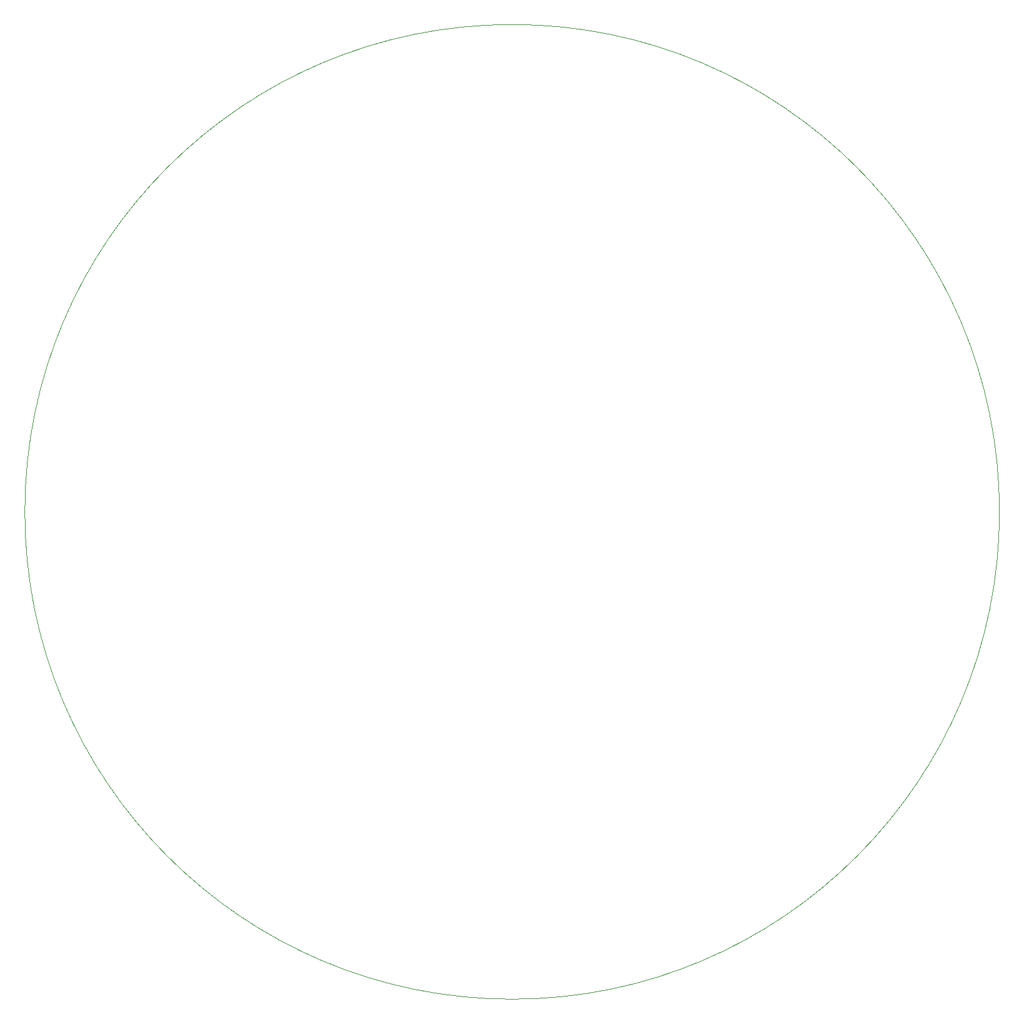
<source format=gbr>
G04 #@! TF.GenerationSoftware,KiCad,Pcbnew,(5.1.2)-2*
G04 #@! TF.CreationDate,2019-09-25T22:48:14-04:00*
G04 #@! TF.ProjectId,LEDWall,4c454457-616c-46c2-9e6b-696361645f70,rev?*
G04 #@! TF.SameCoordinates,Original*
G04 #@! TF.FileFunction,Profile,NP*
%FSLAX46Y46*%
G04 Gerber Fmt 4.6, Leading zero omitted, Abs format (unit mm)*
G04 Created by KiCad (PCBNEW (5.1.2)-2) date 2019-09-25 22:48:14*
%MOMM*%
%LPD*%
G04 APERTURE LIST*
%ADD10C,0.120000*%
G04 APERTURE END LIST*
D10*
X202850000Y-90170000D02*
G75*
G03X202850000Y-90170000I-66000000J0D01*
G01*
M02*

</source>
